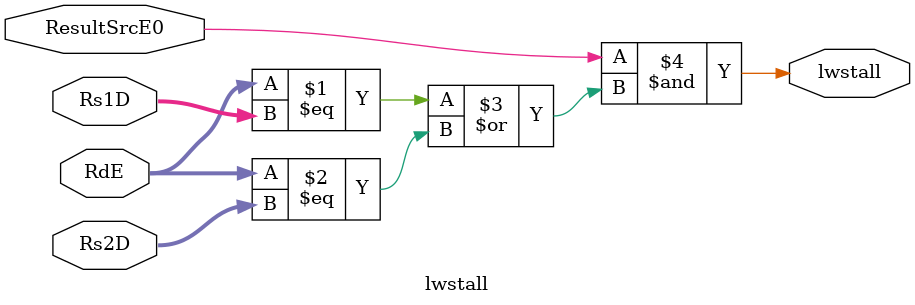
<source format=sv>
module lwstall #(
    parameter ADDRESS_WIDTH = 5
) (
    input logic [ADDRESS_WIDTH-1:0] RdE,
    input logic [ADDRESS_WIDTH-1:0] Rs1D,
    input logic [ADDRESS_WIDTH-1:0] Rs2D,
    input logic                     ResultSrcE0,
    output logic                    lwstall
);
assign lwstall = ResultSrcE0 & ((RdE == Rs1D) | (RdE == Rs2D));

endmodule

</source>
